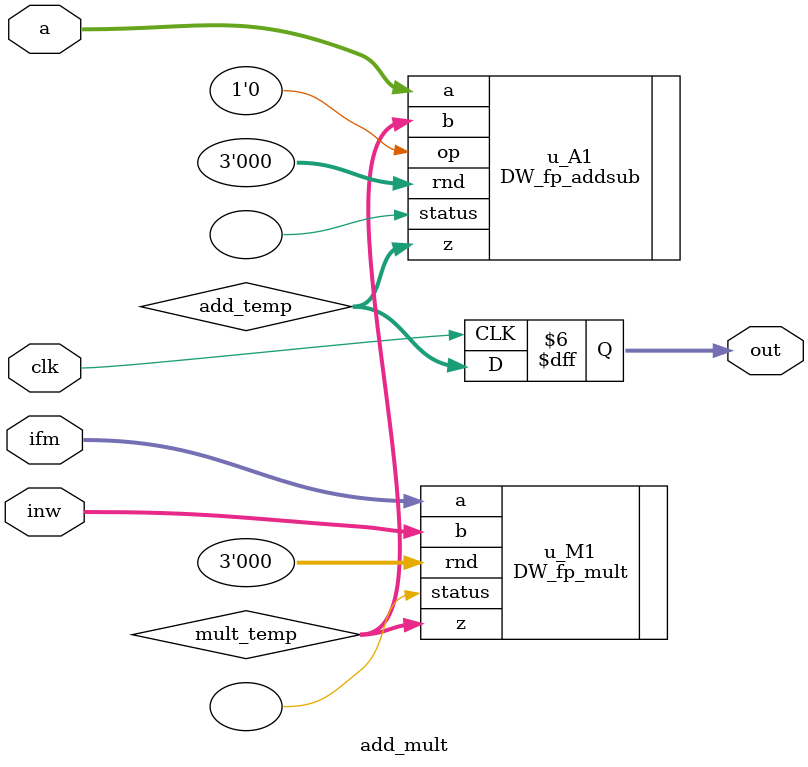
<source format=v>

module CNN(
    //Input Port
    clk,
    rst_n,
    in_valid,
    Img,
    Kernel_ch1,
    Kernel_ch2,
	Weight,
    Opt,

    //Output Port
    out_valid,
    out
    );


//---------------------------------------------------------------------
//   PARAMETER
//---------------------------------------------------------------------

// IEEE floating point parameter
parameter inst_sig_width = 23;
parameter inst_exp_width = 8;
parameter inst_ieee_compliance = 0;
parameter inst_arch_type = 0;
parameter inst_arch = 0;

/* parameter IDLE = 3'd0;
parameter IN = 3'd1;
parameter CAL = 3'd2;
parameter OUT = 3'd3; */

input rst_n, clk, in_valid;
input [inst_sig_width+inst_exp_width:0] Img, Kernel_ch1, Kernel_ch2, Weight;
input Opt;

output reg	out_valid;
output reg [inst_sig_width+inst_exp_width:0] out;


//---------------------------------------------------------------------
//   Reg & Wires
//---------------------------------------------------------------------


//---------------------------------------------------------------------
// IPs
//---------------------------------------------------------------------


//---------------------------------------------------------------------
// Design
//---------------------------------------------------------------------
//==============================================//
//             Parameter and Integer            //
//==============================================//
integer i;
//parameter
parameter FP_minus1 = 32'hBF800000;
parameter FP0 = 32'h00000000;
parameter FP1 = 32'h3F800000;
parameter FPminus =  32'b11111111100000000000000000000000;
parameter FP_TANH_0 = FP0;   
parameter FP_TANH_1 = 32'h3F42F7D6;     //0.76159415595
parameter FP_SIGM_0 = 32'h3f000000;   //0.5
parameter FP_SIGM_1 = 32'h3F3B26A8;   //0.73105857863
parameter FP_SOFTP_0 = 32'h3F317218; 
parameter FP_SOFTP_1 = 32'h3FA818F6;  //3FA818F5
//================================================================
//  
//================================================================

//================================================================
//   Wires & Registers 
//================================================================
wire [6:0] n_cnt;
wire [5:0] n_cnt_2;
reg  [6:0] cnt;
reg  [5:0] cnt_2;

reg mode;
reg [inst_sig_width + inst_exp_width:0] img [0:24];
reg [inst_sig_width + inst_exp_width:0] img_tmp;
reg [inst_sig_width + inst_exp_width:0] kernel1 [0:3];
reg [inst_sig_width + inst_exp_width:0] kernel2 [0:3];
reg [inst_sig_width + inst_exp_width:0] kernel_1 [0:3];
reg [inst_sig_width + inst_exp_width:0] kernel_2 [0:3];
reg [inst_sig_width + inst_exp_width:0] kernel_3 [0:3];
reg [inst_sig_width + inst_exp_width:0] kernel_4 [0:3];
reg [inst_sig_width + inst_exp_width:0] kernel_5 [0:3];
reg [inst_sig_width + inst_exp_width:0] kernel_6 [0:3];
wire [inst_sig_width + inst_exp_width:0] n_kernel_1 [0:3];
wire [inst_sig_width + inst_exp_width:0] n_kernel_2 [0:3];
wire [inst_sig_width + inst_exp_width:0] n_kernel_3 [0:3];
wire [inst_sig_width + inst_exp_width:0] n_kernel_4 [0:3];
wire [inst_sig_width + inst_exp_width:0] n_kernel_5 [0:3];
wire [inst_sig_width + inst_exp_width:0] n_kernel_6 [0:3];
wire [inst_sig_width + inst_exp_width:0] AM_input[0:2];
wire [inst_sig_width + inst_exp_width:0] EXP_out;
wire [inst_sig_width + inst_exp_width:0] div_top_tmp;
wire [inst_sig_width + inst_exp_width:0] div_bot_tmp;
wire [inst_sig_width + inst_exp_width:0] EXP_input;
wire [7:0] exp_add_1; 
reg [4:0] count;
reg [inst_sig_width + inst_exp_width:0] in_cmp_mp[0:17];
reg [inst_sig_width + inst_exp_width:0] MP[0:7];
wire [inst_sig_width + inst_exp_width:0] FC_z[0:2], add_temp, total;
reg [inst_sig_width + inst_exp_width:0] total_reg, FC_z_reg[0:2];
wire [inst_sig_width + inst_exp_width:0] div_input[0:1];


reg [inst_sig_width + inst_exp_width:0] weight [1:24];
//padding
reg [inst_sig_width + inst_exp_width:0] img_pad [0:3];

//convolution
wire [inst_sig_width + inst_exp_width:0] conv[0:4];
wire [inst_sig_width + inst_exp_width:0] conv_refill_1, conv_refill_2;
reg [inst_sig_width + inst_exp_width:0] conv_buffer_1[0:31];
reg [inst_sig_width + inst_exp_width:0] conv_buffer_2[0:31];
//maxpooling && fully conntected
wire [inst_sig_width + inst_exp_width:0] max_mp_temp[0:7];
reg [inst_sig_width + inst_exp_width:0] max_mp_temp_reg[0:7];
//activation
wire [inst_sig_width + inst_exp_width:0] div_out;
reg [inst_sig_width + inst_exp_width:0] div_top;
reg [inst_sig_width + inst_exp_width:0] div_bot;
//output
reg cal_control;

// ===============================================================
// Design
// ===============================================================
//counter
assign n_cnt = (cal_control || in_valid) ? cnt + 1 : 0;
assign n_cnt_2 = (cnt_2 == 36) ? 1 : ((cal_control || in_valid) ? cnt_2 + 1 : 0);

always@(posedge clk or negedge rst_n)begin
    if(!rst_n)  cnt <= 0;
    else cnt <= n_cnt;
end
always@(posedge clk or negedge rst_n)begin
    if(!rst_n)  cnt_2 <= 0;
    else cnt_2 <= n_cnt_2;
end
always@(posedge clk or negedge rst_n)begin
    if(!rst_n) cal_control <= 0;
    else if(out_valid) begin
        cal_control <= 0;
    end
    else if(in_valid) begin
        cal_control <= 1;
    end
end

//img reg
always@(posedge clk) begin
    for(i = 0; i < 25; i = i + 1)begin
        if((i==(cnt%25)) && (cnt < 75))
            img[i] <= Img;
        else
            img[i] <= img[i];
    end
end
always@(posedge clk) begin
    if(cnt<50) img_tmp <= Img;
end
//weight reg
always@(posedge clk) begin
    if(cnt < 24)begin
        weight[n_cnt[4:0]] <= Weight;
    end
end

//kernel reg
always@(posedge clk)begin
    for(i = 0; i < 4; i = i + 1)begin
        kernel_1[i] <= n_kernel_1[i];
        kernel_2[i] <= n_kernel_2[i];
        kernel_3[i] <= n_kernel_3[i];
        kernel_4[i] <= n_kernel_4[i];
        kernel_5[i] <= n_kernel_5[i];
        kernel_6[i] <= n_kernel_6[i];
    end
end

always@(*) begin
    if(cnt < 37) begin
        kernel1[0] = kernel_1[0];
    end
    else if(cnt < 73) begin
        kernel1[0] = kernel_2[0];
    end
    else begin
        kernel1[0] = kernel_3[0];
    end
end
always@(*) begin
    if(cnt < 38) begin
        kernel1[1] = kernel_1[1];
    end
    else if(cnt < 74) begin
        kernel1[1] = kernel_2[1];
    end
    else begin
        kernel1[1] = kernel_3[1];
    end
end
always@(*) begin
    if(cnt < 39) begin
        kernel1[2] = kernel_1[2];
    end
    else if(cnt < 75) begin
        kernel1[2] = kernel_2[2];
    end
    else begin
        kernel1[2] = kernel_3[2];
    end
end
always@(*) begin
    if(cnt < 40) begin
        kernel1[3] = kernel_1[3];
    end
    else if(cnt < 76) begin
        kernel1[3] = kernel_2[3];
    end
    else begin
        kernel1[3] = kernel_3[3];
    end
end


always@(*) begin
    if(cnt < 37) begin
        kernel2[0] = kernel_4[0];
    end
    else if(cnt < 73) begin
        kernel2[0] = kernel_5[0];
    end
    else begin
        kernel2[0] = kernel_6[0];
    end
end
always@(*) begin
    if(cnt < 38) begin
        kernel2[1] = kernel_4[1];
    end
    else if(cnt < 74) begin
        kernel2[1] = kernel_5[1];
    end
    else begin
        kernel2[1] = kernel_6[1];
    end
end
always@(*) begin
    if(cnt < 39) begin
        kernel2[2] = kernel_4[2];
    end
    else if(cnt < 75) begin
        kernel2[2] = kernel_5[2];
    end
    else begin
        kernel2[2] = kernel_6[2];
    end
end
always@(*) begin
    if(cnt < 40) begin
        kernel2[3] = kernel_4[3];
    end
    else if(cnt < 76) begin
        kernel2[3] = kernel_5[3];
    end
    else begin
        kernel2[3] = kernel_6[3];
    end
end


assign n_kernel_1[0] = (cnt == 0) ? Kernel_ch1 : kernel_1[0];
assign n_kernel_1[1] = (cnt == 1) ? Kernel_ch1 : kernel_1[1];
assign n_kernel_1[2] = (cnt == 2) ? Kernel_ch1 : kernel_1[2];
assign n_kernel_1[3] = (cnt == 3) ? Kernel_ch1 : kernel_1[3];


assign n_kernel_2[0] = (cnt == 4) ? Kernel_ch1 : kernel_2[0];
assign n_kernel_2[1] = (cnt == 5) ? Kernel_ch1 : kernel_2[1];
assign n_kernel_2[2] = (cnt == 6) ? Kernel_ch1 : kernel_2[2];
assign n_kernel_2[3] = (cnt == 7) ? Kernel_ch1 : kernel_2[3];



assign n_kernel_3[0] = (cnt == 8 ) ?  Kernel_ch1 : kernel_3[0];
assign n_kernel_3[1] = (cnt == 9 ) ?  Kernel_ch1 : kernel_3[1];
assign n_kernel_3[2] = (cnt == 10) ? Kernel_ch1 : kernel_3[2];
assign n_kernel_3[3] = (cnt == 11) ? Kernel_ch1 : kernel_3[3];


assign n_kernel_4[0] = (cnt == 0) ? Kernel_ch2 : kernel_4[0];
assign n_kernel_4[1] = (cnt == 1) ? Kernel_ch2 : kernel_4[1];
assign n_kernel_4[2] = (cnt == 2) ? Kernel_ch2 : kernel_4[2];
assign n_kernel_4[3] = (cnt == 3) ? Kernel_ch2 : kernel_4[3];


assign n_kernel_5[0] = (cnt == 4) ? Kernel_ch2 : kernel_5[0];
assign n_kernel_5[1] = (cnt == 5) ? Kernel_ch2 : kernel_5[1];
assign n_kernel_5[2] = (cnt == 6) ? Kernel_ch2 : kernel_5[2];
assign n_kernel_5[3] = (cnt == 7) ? Kernel_ch2 : kernel_5[3];



assign n_kernel_6[0] = (cnt == 8 ) ?  Kernel_ch2 : kernel_6[0];
assign n_kernel_6[1] = (cnt == 9 ) ?  Kernel_ch2 : kernel_6[1];
assign n_kernel_6[2] = (cnt == 10) ? Kernel_ch2 : kernel_6[2];
assign n_kernel_6[3] = (cnt == 11) ? Kernel_ch2 : kernel_6[3];





//opt reg
always@(negedge rst_n or posedge clk)begin
    if(!rst_n) mode <= 0;
    else if(cnt == 0 && in_valid)    mode <= Opt;
    else mode <= mode;
end
// padding

always@(*)begin
    case(cnt_2)
    6'd1: img_pad[0] = mode ? img[0] : FP0;
    6'd2: img_pad[0] = mode ? img[0] : FP0;
    6'd3: img_pad[0] = mode ? img[1] : FP0;
    6'd4: img_pad[0] = mode ? img[2] : FP0;
    6'd5: img_pad[0] = mode ? img[3] : FP0;
    6'd6: img_pad[0] = mode ? img[4] : FP0;
    6'd7: img_pad[0] = mode ? img[0] : FP0;
    6'd8: img_pad[0] = img[0];
    6'd9: img_pad[0] = img[1];
    6'd10: img_pad[0] = img[2];
    6'd11: img_pad[0] = img[3];
    6'd12: img_pad[0] = img[4];
    6'd13: img_pad[0] = mode ? img[5] : FP0;
    6'd14: img_pad[0] = img[5];
    6'd15: img_pad[0] = img[6];
    6'd16: img_pad[0] = img[7];
    6'd17: img_pad[0] = img[8];
    6'd18: img_pad[0] = img[9];
    6'd19: img_pad[0] = mode ? img[10] : FP0;
    6'd20: img_pad[0] = img[10];
    6'd21: img_pad[0] = img[11];
    6'd22: img_pad[0] = img[12];
    6'd23: img_pad[0] = img[13];
    6'd24: img_pad[0] = img[14];
    6'd25: img_pad[0] = mode ? img[15] : FP0;
    6'd26: img_pad[0] = img[15];
    6'd27: img_pad[0] = img[16];
    6'd28: img_pad[0] = img[17];
    6'd29: img_pad[0] = img[18];
    6'd30: img_pad[0] = img[19];
    6'd31: img_pad[0] = mode ? img[20] : FP0;
    6'd32: img_pad[0] = img[20];
    6'd33: img_pad[0] = img[21];
    6'd34: img_pad[0] = img[22];
    6'd35: img_pad[0] = img[23];
    6'd36: img_pad[0] = img[24];
    default: img_pad[0] = 0;
    endcase
end

always@(*)begin
    case(cnt_2)
    6'd2: img_pad[1] = mode ? img[0] : FP0;
    6'd3: img_pad[1] = mode ? img[1] : FP0;
    6'd4: img_pad[1] = mode ? img[2] : FP0;
    6'd5: img_pad[1] = mode ? img[3] : FP0;
    6'd6: img_pad[1] = mode ? img[4] : FP0;
    6'd7: img_pad[1] = mode ? img[4] : FP0;
    6'd8: img_pad[1] = img[0];
    6'd9: img_pad[1] = img[1];
    6'd10: img_pad[1] = img[2];
    6'd11: img_pad[1] = img[3];
    6'd12: img_pad[1] = img[4];
    6'd13: img_pad[1] = mode ? img[4] : FP0;
    6'd14: img_pad[1] = img[5];
    6'd15: img_pad[1] = img[6];
    6'd16: img_pad[1] = img[7];
    6'd17: img_pad[1] = img[8];
    6'd18: img_pad[1] = img[9];
    6'd19: img_pad[1] = mode ? img[9] : FP0;
    6'd20: img_pad[1] = img[10];
    6'd21: img_pad[1] = img[11];
    6'd22: img_pad[1] = img[12];
    6'd23: img_pad[1] = img[13];
    6'd24: img_pad[1] = img[14];
    6'd25: img_pad[1] = mode ? img[14] : FP0;
    6'd26: img_pad[1] = img[15];
    6'd27: img_pad[1] = img[16];
    6'd28: img_pad[1] = img[17];
    6'd29: img_pad[1] = img[18];
    6'd30: img_pad[1] = img[19];
    6'd31: img_pad[1] = mode ? img[19] : FP0;
    6'd32: img_pad[1] = img[20];
    6'd33: img_pad[1] = img[21];
    6'd34: img_pad[1] = img[22];
    6'd35: img_pad[1] = img[23];
    6'd36: img_pad[1] = img[24];
    6'd1: img_pad[1] = mode ? img[24] : FP0;
    default: img_pad[1] = 0;
    endcase
end

always@(*)begin
    case(cnt_2)
    6'd3: img_pad[2] = mode ? img[0] : FP0;
    6'd4: img_pad[2] = img[0];
    6'd5: img_pad[2] = img[1];
    6'd6: img_pad[2] = img[2];
    6'd7: img_pad[2] = img[3];
    6'd8: img_pad[2] = img[4];
    6'd9: img_pad[2] = mode ? img[5] : FP0;
    6'd10: img_pad[2] = img[5];
    6'd11: img_pad[2] = img[6];
    6'd12: img_pad[2] = img[7];
    6'd13: img_pad[2] = img[8];
    6'd14: img_pad[2] = img[9];
    6'd15: img_pad[2] = mode ? img[10] : FP0;
    6'd16: img_pad[2] = img[10];
    6'd17: img_pad[2] = img[11];
    6'd18: img_pad[2] = img[12];
    6'd19: img_pad[2] = img[13];
    6'd20: img_pad[2] = img[14];
    6'd21: img_pad[2] = mode ? img[15] : FP0;
    6'd22: img_pad[2] = img[15];
    6'd23: img_pad[2] = img[16];
    6'd24: img_pad[2] = img[17];
    6'd25: img_pad[2] = img[18];
    6'd26: img_pad[2] = img[19];
    6'd27: img_pad[2] = mode ? img[20] : FP0;
    6'd28: img_pad[2] = img[20];
    6'd29: img_pad[2] = img[21];
    6'd30: img_pad[2] = img[22];
    6'd31: img_pad[2] = img[23];
    6'd32: img_pad[2] = img[24];
    6'd33: img_pad[2] = mode ? img[20] : FP0;
    6'd34: img_pad[2] = mode ? img[20] : FP0;
    6'd35: img_pad[2] = mode ? img[21] : FP0;
    6'd36: img_pad[2] = mode ? img[22] : FP0;
    6'd1: img_pad[2] = mode ? img[23] : FP0;
    6'd2: img_pad[2] = mode ? img[24] : FP0;
    default: img_pad[2] = 0;
    endcase
end

always@(*)begin
    case(cnt_2)
    6'd4: img_pad[3] = img[0];
    6'd5: img_pad[3] = img[1];
    6'd6: img_pad[3] = img[2];
    6'd7: img_pad[3] = img[3];
    6'd8: img_pad[3] = img[4];
    6'd9: img_pad[3] = mode ? img[4] : FP0;
    6'd10: img_pad[3] = img[5];
    6'd11: img_pad[3] = img[6];
    6'd12: img_pad[3] = img[7];
    6'd13: img_pad[3] = img[8];
    6'd14: img_pad[3] = img[9];
    6'd15: img_pad[3] = mode ? img[9] : FP0;
    6'd16: img_pad[3] = img[10];
    6'd17: img_pad[3] = img[11];
    6'd18: img_pad[3] = img[12];
    6'd19: img_pad[3] = img[13];
    6'd20: img_pad[3] = img[14];
    6'd21: img_pad[3] = mode ? img[14] : FP0;
    6'd22: img_pad[3] = img[15];
    6'd23: img_pad[3] = img[16];
    6'd24: img_pad[3] = img[17];
    6'd25: img_pad[3] = img[18];
    6'd26: img_pad[3] = img[19];
    6'd27: img_pad[3] = mode ? img[19] : FP0;
    6'd28: img_pad[3] = img[20];
    6'd29: img_pad[3] = img[21];
    6'd30: img_pad[3] = img[22];
    6'd31: img_pad[3] = img[23];
    6'd32: img_pad[3] = img[24];
    6'd33: img_pad[3] = mode ? img[24] : FP0;
    6'd34: img_pad[3] = mode ? img[20] : FP0;
    6'd35: img_pad[3] = mode ? img[21] : FP0;
    6'd36: img_pad[3] = mode ? img[22] : FP0;
    6'd1: img_pad[3] = mode ? img[23] : FP0;
    6'd2: img_pad[3] = mode ? img[24] : FP0;
    6'd3: img_pad[3] = mode ? ((cnt==75) ? img_tmp : img[24]) : FP0;
    default: img_pad[3] = 0;
    endcase
end


//=================
// Convolution
//=================

wire [inst_sig_width + inst_exp_width:0] add_mult_input1[0:2];
wire [inst_sig_width + inst_exp_width:0] add_mult_input2[0:2];
wire [inst_sig_width + inst_exp_width:0] add_mult_input3[0:2];
wire [inst_sig_width + inst_exp_width:0] add_mult_output[0:2];

assign add_mult_input1[0] = (cnt < 113) ? conv[0] : ((count < 2) ? FP0 : add_mult_output[0]);
assign add_mult_input1[1] = (cnt < 113) ? add_mult_output[0] : ((count < 2) ? FP0 : add_mult_output[1]);
assign add_mult_input1[2] = (cnt < 113) ? add_mult_output[1] : ((count < 2) ? FP0 : add_mult_output[2]);
assign add_mult_input2[0] = (cnt < 113) ? img_pad[1] : div_out;
assign add_mult_input2[1] = (cnt < 113) ? img_pad[2] : div_out;
assign add_mult_input2[2] = (cnt < 113) ? img_pad[3] : div_out;
assign add_mult_input3[0] = (cnt < 113) ? kernel1[1] : weight[count];
assign add_mult_input3[1] = (cnt < 113) ? kernel1[2] : weight[count+8];
assign add_mult_input3[2] = (cnt < 113) ? kernel1[3] : weight[count+16];


add_mult #(inst_sig_width,inst_exp_width,inst_ieee_compliance, inst_arch_type) 
    u_add_mult_0(.clk(clk),.a(conv_refill_1),.ifm(img_pad[0]),.inw(kernel1[0]),.out(conv[0]));
add_mult#(inst_sig_width,inst_exp_width,inst_ieee_compliance, inst_arch_type) 
    u_add_mult_1(.clk(clk),.a(add_mult_input1[0]),.ifm(add_mult_input2[0]),.inw(add_mult_input3[0]),.out(add_mult_output[0]));
add_mult #(inst_sig_width,inst_exp_width,inst_ieee_compliance, inst_arch_type) 
    u_add_mult_2(.clk(clk),.a(add_mult_input1[1]),.ifm(add_mult_input2[1]),.inw(add_mult_input3[1]),.out(add_mult_output[1]));        
add_mult #(inst_sig_width,inst_exp_width,inst_ieee_compliance, inst_arch_type) 
    u_add_mult_3(.clk(clk),.a(add_mult_input1[2]),.ifm(add_mult_input2[2]),.inw(add_mult_input3[2]),.out(add_mult_output[2]));
add_mult #(inst_sig_width,inst_exp_width,inst_ieee_compliance, inst_arch_type) 
    u_add_mult_4(.clk(clk),.a(conv_refill_2),.ifm(img_pad[0]),.inw(kernel2[0]),.out(conv[1]));
add_mult #(inst_sig_width,inst_exp_width,inst_ieee_compliance, inst_arch_type) 
    u_add_mult_5(.clk(clk),.a(conv[1]),.ifm(img_pad[1]),.inw(kernel2[1]),.out(conv[2]));     
add_mult #(inst_sig_width,inst_exp_width,inst_ieee_compliance, inst_arch_type) 
    u_add_mult_6(.clk(clk),.a(conv[2]),.ifm(img_pad[2]),.inw(kernel2[2]),.out(conv[3]));
add_mult #(inst_sig_width,inst_exp_width,inst_ieee_compliance, inst_arch_type) 
    u_add_mult_7(.clk(clk),.a(conv[3]),.ifm(img_pad[3]),.inw(kernel2[3]),.out(conv[4]));  

always@(posedge clk) begin
    conv_buffer_1[31] <= add_mult_output[2];
    conv_buffer_2[31] <= conv[4];
    for(i=0;i<31;i=i+1) begin
        conv_buffer_1[i] <= conv_buffer_1[i+1];
        conv_buffer_2[i] <= conv_buffer_2[i+1];
    end
end

assign conv_refill_1 = (cnt > 36)? conv_buffer_1[0] : FP0;
assign conv_refill_2 = (cnt > 36)? conv_buffer_2[0] : FP0;



always @(*) begin
    case(cnt)
    7'd78: in_cmp_mp[1] = add_mult_output[2];
    7'd79: in_cmp_mp[1] = add_mult_output[2];
    7'd83: in_cmp_mp[1] = add_mult_output[2];
    7'd84: in_cmp_mp[1] = add_mult_output[2];
    7'd85: in_cmp_mp[1] = add_mult_output[2];
    7'd89: in_cmp_mp[1] = add_mult_output[2];
    7'd90: in_cmp_mp[1] = add_mult_output[2];
    7'd91: in_cmp_mp[1] = add_mult_output[2];
    default: in_cmp_mp[1] = FPminus;
    endcase
end

always @(*) begin
    case(cnt)
    7'd81: in_cmp_mp[3] = add_mult_output[2];
    7'd82: in_cmp_mp[3] = add_mult_output[2];
    7'd86: in_cmp_mp[3] = add_mult_output[2];
    7'd87: in_cmp_mp[3] = add_mult_output[2];
    7'd88: in_cmp_mp[3] = add_mult_output[2];
    7'd92: in_cmp_mp[3] = add_mult_output[2];
    7'd93: in_cmp_mp[3] = add_mult_output[2];
    7'd94: in_cmp_mp[3] = add_mult_output[2];
    default: in_cmp_mp[3] = FPminus;
    endcase
end


always @(*) begin
    case(cnt)
    7'd96: in_cmp_mp[5] = add_mult_output[2];
    7'd97: in_cmp_mp[5] = add_mult_output[2];
    7'd101: in_cmp_mp[5] = add_mult_output[2];
    7'd102: in_cmp_mp[5] = add_mult_output[2];
    7'd103: in_cmp_mp[5] = add_mult_output[2];
    7'd107: in_cmp_mp[5] = add_mult_output[2];
    7'd108: in_cmp_mp[5] = add_mult_output[2];
    7'd109: in_cmp_mp[5] = add_mult_output[2];
    default: in_cmp_mp[5] = FPminus;
    endcase
end

always @(*) begin
    case(cnt)
    7'd99: in_cmp_mp[7] = add_mult_output[2];
    7'd100: in_cmp_mp[7] = add_mult_output[2];
    7'd104: in_cmp_mp[7] = add_mult_output[2];
    7'd105: in_cmp_mp[7] = add_mult_output[2];
    7'd106: in_cmp_mp[7] = add_mult_output[2];
    7'd110: in_cmp_mp[7] = add_mult_output[2];
    7'd111: in_cmp_mp[7] = add_mult_output[2];
    7'd112: in_cmp_mp[7] = add_mult_output[2];
    default: in_cmp_mp[7] = FPminus;
    endcase
end




always @(*) begin
    case(cnt)
    7'd78: in_cmp_mp[9] = conv[4];
    7'd79: in_cmp_mp[9] = conv[4];
    7'd83: in_cmp_mp[9] = conv[4];
    7'd84: in_cmp_mp[9] = conv[4];
    7'd85: in_cmp_mp[9] = conv[4];
    7'd89: in_cmp_mp[9] = conv[4];
    7'd90: in_cmp_mp[9] = conv[4];
    7'd91: in_cmp_mp[9] = conv[4];
    default: in_cmp_mp[9] = FPminus;
    endcase
end

always @(*) begin
    case(cnt)
    7'd81: in_cmp_mp[11] = conv[4];
    7'd82: in_cmp_mp[11] = conv[4];
    7'd86: in_cmp_mp[11] = conv[4];
    7'd87: in_cmp_mp[11] = conv[4];
    7'd88: in_cmp_mp[11] = conv[4];
    7'd92: in_cmp_mp[11] = conv[4];
    7'd93: in_cmp_mp[11] = conv[4];
    7'd94: in_cmp_mp[11] = conv[4];
    default: in_cmp_mp[11] = FPminus;
    endcase
end


always @(*) begin
    case(cnt)
    7'd96: in_cmp_mp[13] = conv[4];
    7'd97: in_cmp_mp[13] = conv[4];
    7'd101: in_cmp_mp[13] = conv[4];
    7'd102: in_cmp_mp[13] = conv[4];
    7'd103: in_cmp_mp[13] = conv[4];
    7'd107: in_cmp_mp[13] = conv[4];
    7'd108: in_cmp_mp[13] = conv[4];
    7'd109: in_cmp_mp[13] = conv[4];
    default: in_cmp_mp[13] = FPminus;
    endcase
end

always @(*) begin
    case(cnt)
    7'd99: in_cmp_mp[15] = conv[4];
    7'd100: in_cmp_mp[15] = conv[4];
    7'd104: in_cmp_mp[15] = conv[4];
    7'd105: in_cmp_mp[15] = conv[4];
    7'd106: in_cmp_mp[15] = conv[4];
    7'd110: in_cmp_mp[15] = conv[4];
    7'd111: in_cmp_mp[15] = conv[4];
    7'd112: in_cmp_mp[15] = conv[4];
    default: in_cmp_mp[15] = FPminus;
    endcase
end




always @(posedge clk) begin
    for(i = 0; i < 8; i = i + 1) begin
        max_mp_temp_reg[i] <= max_mp_temp[i];
    end
end

assign in_cmp_mp[0] = (cnt == 78) ? conv_buffer_1[31]: max_mp_temp_reg[0];
assign in_cmp_mp[2] = (cnt == 81) ? conv_buffer_1[31]: max_mp_temp_reg[1];
assign in_cmp_mp[4] = (cnt == 96) ? conv_buffer_1[31]: max_mp_temp_reg[2];
assign in_cmp_mp[6] = (cnt == 99) ? conv_buffer_1[31]: max_mp_temp_reg[3];


DW_fp_cmp#(inst_sig_width,inst_exp_width,inst_ieee_compliance, inst_arch_type) 
    mp_C0 (.a(in_cmp_mp[0]), .b(in_cmp_mp[1]), .zctr(1'd0), .z1(max_mp_temp[0]));
DW_fp_cmp#(inst_sig_width,inst_exp_width,inst_ieee_compliance, inst_arch_type) 
    mp_C1 (.a(in_cmp_mp[2]), .b(in_cmp_mp[3]), .zctr(1'd0), .z1(max_mp_temp[1]));
DW_fp_cmp#(inst_sig_width,inst_exp_width,inst_ieee_compliance, inst_arch_type) 
    mp_C2 (.a(in_cmp_mp[4]), .b(in_cmp_mp[5]), .zctr(1'd0), .z1(max_mp_temp[2]));
DW_fp_cmp#(inst_sig_width,inst_exp_width,inst_ieee_compliance, inst_arch_type) 
    mp_C3 (.a(in_cmp_mp[6]), .b(in_cmp_mp[7]), .zctr(1'd0), .z1(max_mp_temp[3]));


always @(posedge clk) begin
    if(cnt == 109) begin
        MP[0] <= max_mp_temp[0];
    end
end
always @(posedge clk) begin
    if(cnt == 110) begin
        MP[1] <= max_mp_temp[1];
    end
end
always @(posedge clk) begin
    if(cnt == 111) begin
        MP[2] <= max_mp_temp[2];
    end
end
always @(posedge clk) begin
    if(cnt == 112) begin
        MP[3] <= max_mp_temp[3];
    end
end

assign in_cmp_mp[8]  = (cnt == 78) ? conv_buffer_2[31]: max_mp_temp_reg[4];
assign in_cmp_mp[10] = (cnt == 81) ? conv_buffer_2[31]: max_mp_temp_reg[5];
assign in_cmp_mp[12] = (cnt == 96) ? conv_buffer_2[31]: max_mp_temp_reg[6];
assign in_cmp_mp[14] = (cnt == 99) ? conv_buffer_2[31]: max_mp_temp_reg[7];

DW_fp_cmp#(inst_sig_width,inst_exp_width,inst_ieee_compliance, inst_arch_type) 
    mp_C4 (.a(in_cmp_mp[8]), .b(in_cmp_mp[9]), .zctr(1'd0), .z1(max_mp_temp[4]));
DW_fp_cmp#(inst_sig_width,inst_exp_width,inst_ieee_compliance, inst_arch_type) 
    mp_C5 (.a(in_cmp_mp[10]), .b(in_cmp_mp[11]), .zctr(1'd0), .z1(max_mp_temp[5]));
DW_fp_cmp#(inst_sig_width,inst_exp_width,inst_ieee_compliance, inst_arch_type) 
    mp_C6 (.a(in_cmp_mp[12]), .b(in_cmp_mp[13]), .zctr(1'd0), .z1(max_mp_temp[6]));
DW_fp_cmp#(inst_sig_width,inst_exp_width,inst_ieee_compliance, inst_arch_type) 
    mp_C7 (.a(in_cmp_mp[14]), .b(in_cmp_mp[15]), .zctr(1'd0), .z1(max_mp_temp[7]));


always @(posedge clk) begin
    if(cnt == 109) begin
        MP[4] <= max_mp_temp[4];
    end
end
always @(posedge clk) begin
    if(cnt == 110) begin
        MP[5] <= max_mp_temp[5];
    end
end
always @(posedge clk) begin
    if(cnt == 111) begin
        MP[6] <= max_mp_temp[6];
    end
end
always @(posedge clk) begin
    if(cnt == 112) begin
        MP[7] <= max_mp_temp[7];
    end
end



always @(posedge clk) begin
    if(in_valid) count <= 0;
    else if(cnt > 111) count <= count + 1;
end

assign EXP_input = (count < 8) ? (mode ? {MP[count][31],exp_add_1,MP[count][22:0]} : MP[count]) : add_mult_output[0];
assign exp_add_1 = MP[count][30:23] + 1;

assign div_input[0] = (count < 9) ? div_top : FC_z_reg[count-10];
assign div_input[1] = (count < 9) ? div_bot : total_reg;

DW_fp_exp #(inst_sig_width, inst_exp_width, inst_ieee_compliance, inst_arch_type)
    EXP1_1 (.a(EXP_input),.z(EXP_out),.status());


DW_fp_addsub #(inst_sig_width, inst_exp_width, inst_ieee_compliance, inst_arch_type)
    S1 ( .a(EXP_out), .b(FP1),.op(1'b1), .rnd(3'd0),.z(div_top_tmp), .status());

DW_fp_addsub #(inst_sig_width, inst_exp_width, inst_ieee_compliance, inst_arch_type)
    A1 ( .a(EXP_out), .b(FP1),.op(1'b0), .rnd(3'd0),.z(div_bot_tmp), .status());

DW_fp_div #(inst_sig_width, inst_exp_width, inst_ieee_compliance, inst_arch_type)
    u_div( .a(div_input[0]), .b(div_input[1]), .rnd(3'd0), .z(div_out), .status());


always @(posedge clk) begin
    if(mode) div_top <= div_top_tmp;
    else div_top <= EXP_out;
end
always @(posedge clk) begin
    div_bot <= div_bot_tmp;
end

always @(posedge clk) begin
    if(count  == 9) total_reg <= total;
end

always @(posedge clk) begin
    if(count  == 9) FC_z_reg[0] <= EXP_out;
end
always @(posedge clk) begin
    if(count  == 9) FC_z_reg[1] <= FC_z[1];
end
always @(posedge clk) begin
    if(count  == 9) FC_z_reg[2] <= FC_z[2];
end


DW_fp_exp #(inst_sig_width, inst_exp_width, inst_ieee_compliance, inst_arch_type)
    EXP_soft2 (.a(add_mult_output[1]),.z(FC_z[1]),.status());

DW_fp_exp #(inst_sig_width, inst_exp_width, inst_ieee_compliance, inst_arch_type)
    EXP_soft3 (.a(add_mult_output[2]),.z(FC_z[2]),.status());


DW_fp_addsub #(inst_sig_width, inst_exp_width, inst_ieee_compliance, inst_arch_type)
    A2 ( .a(EXP_out), .b(FC_z[1]),.op(1'b0), .rnd(3'd0),.z(add_temp), .status());

DW_fp_addsub #(inst_sig_width, inst_exp_width, inst_ieee_compliance, inst_arch_type)
    A3 ( .a(add_temp), .b(FC_z[2]),.op(1'b0), .rnd(3'd0),.z(total), .status());


//=================
// Output
//=================
always@(posedge clk or negedge rst_n) begin
    if(!rst_n) begin
        out_valid <= 0;
        out <= 0;
    end
    else if((count > 9) && (count < 13)) begin
        out_valid <= 1;
        out <= div_out;
    end
    else  begin
        out_valid <= 0;
        out <= 0;
    end
end

endmodule


module add_mult 
    #(  parameter inst_sig_width       = 23,
        parameter inst_exp_width       = 8,
        parameter inst_ieee_compliance = 0,
        parameter inst_arch_type = 0
    )(clk,a,ifm,inw,out);
    
    input clk;
    input [inst_sig_width +inst_exp_width :0] a, ifm, inw;
    output reg [inst_sig_width +inst_exp_width :0] out;

    wire [inst_sig_width +inst_exp_width :0] mult_temp ,add_temp;

    DW_fp_mult #(inst_sig_width, inst_exp_width, inst_ieee_compliance, inst_arch_type)
        u_M1( .a(ifm), .b(inw), .rnd(3'd0), .z(mult_temp), .status() );

    DW_fp_addsub #(inst_sig_width, inst_exp_width, inst_ieee_compliance, inst_arch_type)
        u_A1 ( .a(a), .b(mult_temp),.op(1'b0), .rnd(3'd0),.z(add_temp), .status() );
    
    always@(posedge clk) out <= add_temp;

endmodule

</source>
